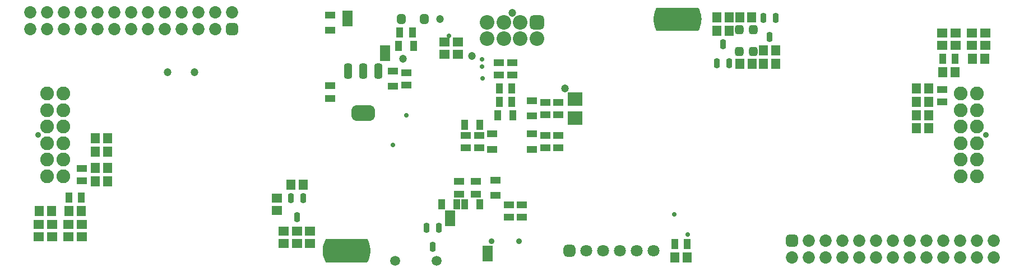
<source format=gbs>
G04*
G04 #@! TF.GenerationSoftware,Altium Limited,Altium Designer,24.2.2 (26)*
G04*
G04 Layer_Color=16711935*
%FSLAX44Y44*%
%MOMM*%
G71*
G04*
G04 #@! TF.SameCoordinates,29065ECF-91ED-40A2-A03B-0633D3A06584*
G04*
G04*
G04 #@! TF.FilePolarity,Negative*
G04*
G01*
G75*
%ADD44C,1.2032*%
%ADD46R,1.3532X1.5532*%
%ADD48R,1.5532X1.3532*%
G04:AMPARAMS|DCode=61|XSize=0.8532mm|YSize=1.4532mm|CornerRadius=0.2641mm|HoleSize=0mm|Usage=FLASHONLY|Rotation=0.000|XOffset=0mm|YOffset=0mm|HoleType=Round|Shape=RoundedRectangle|*
%AMROUNDEDRECTD61*
21,1,0.8532,0.9250,0,0,0.0*
21,1,0.3250,1.4532,0,0,0.0*
1,1,0.5282,0.1625,-0.4625*
1,1,0.5282,-0.1625,-0.4625*
1,1,0.5282,-0.1625,0.4625*
1,1,0.5282,0.1625,0.4625*
%
%ADD61ROUNDEDRECTD61*%
%ADD67R,1.1032X1.5032*%
%ADD68R,1.5032X1.1032*%
%ADD70C,1.8532*%
G04:AMPARAMS|DCode=71|XSize=1.8532mm|YSize=1.8532mm|CornerRadius=0.5141mm|HoleSize=0mm|Usage=FLASHONLY|Rotation=180.000|XOffset=0mm|YOffset=0mm|HoleType=Round|Shape=RoundedRectangle|*
%AMROUNDEDRECTD71*
21,1,1.8532,0.8250,0,0,180.0*
21,1,0.8250,1.8532,0,0,180.0*
1,1,1.0282,-0.4125,0.4125*
1,1,1.0282,0.4125,0.4125*
1,1,1.0282,0.4125,-0.4125*
1,1,1.0282,-0.4125,-0.4125*
%
%ADD71ROUNDEDRECTD71*%
%ADD72C,0.9032*%
%ADD73C,1.8032*%
G04:AMPARAMS|DCode=74|XSize=1.8032mm|YSize=1.8032mm|CornerRadius=0.5016mm|HoleSize=0mm|Usage=FLASHONLY|Rotation=0.000|XOffset=0mm|YOffset=0mm|HoleType=Round|Shape=RoundedRectangle|*
%AMROUNDEDRECTD74*
21,1,1.8032,0.8000,0,0,0.0*
21,1,0.8000,1.8032,0,0,0.0*
1,1,1.0032,0.4000,-0.4000*
1,1,1.0032,-0.4000,-0.4000*
1,1,1.0032,-0.4000,0.4000*
1,1,1.0032,0.4000,0.4000*
%
%ADD74ROUNDEDRECTD74*%
%ADD75O,1.7032X1.4532*%
%ADD76C,2.2032*%
G04:AMPARAMS|DCode=77|XSize=2.2032mm|YSize=2.2032mm|CornerRadius=0.6016mm|HoleSize=0mm|Usage=FLASHONLY|Rotation=90.000|XOffset=0mm|YOffset=0mm|HoleType=Round|Shape=RoundedRectangle|*
%AMROUNDEDRECTD77*
21,1,2.2032,1.0000,0,0,90.0*
21,1,1.0000,2.2032,0,0,90.0*
1,1,1.2032,0.5000,0.5000*
1,1,1.2032,0.5000,-0.5000*
1,1,1.2032,-0.5000,-0.5000*
1,1,1.2032,-0.5000,0.5000*
%
%ADD77ROUNDEDRECTD77*%
%ADD78C,2.0782*%
%ADD79C,0.8782*%
%ADD80C,1.5032*%
%ADD81C,0.7032*%
G04:AMPARAMS|DCode=105|XSize=3.5032mm|YSize=2.3032mm|CornerRadius=0.6266mm|HoleSize=0mm|Usage=FLASHONLY|Rotation=180.000|XOffset=0mm|YOffset=0mm|HoleType=Round|Shape=RoundedRectangle|*
%AMROUNDEDRECTD105*
21,1,3.5032,1.0500,0,0,180.0*
21,1,2.2500,2.3032,0,0,180.0*
1,1,1.2532,-1.1250,0.5250*
1,1,1.2532,1.1250,0.5250*
1,1,1.2532,1.1250,-0.5250*
1,1,1.2532,-1.1250,-0.5250*
%
%ADD105ROUNDEDRECTD105*%
G04:AMPARAMS|DCode=106|XSize=1.2032mm|YSize=2.3032mm|CornerRadius=0.3516mm|HoleSize=0mm|Usage=FLASHONLY|Rotation=180.000|XOffset=0mm|YOffset=0mm|HoleType=Round|Shape=RoundedRectangle|*
%AMROUNDEDRECTD106*
21,1,1.2032,1.6000,0,0,180.0*
21,1,0.5000,2.3032,0,0,180.0*
1,1,0.7032,-0.2500,0.8000*
1,1,0.7032,0.2500,0.8000*
1,1,0.7032,0.2500,-0.8000*
1,1,0.7032,-0.2500,-0.8000*
%
%ADD106ROUNDEDRECTD106*%
%ADD107R,2.2032X2.0532*%
%ADD108R,1.5032X2.4032*%
G04:AMPARAMS|DCode=109|XSize=1.4032mm|YSize=1.3032mm|CornerRadius=0.3766mm|HoleSize=0mm|Usage=FLASHONLY|Rotation=90.000|XOffset=0mm|YOffset=0mm|HoleType=Round|Shape=RoundedRectangle|*
%AMROUNDEDRECTD109*
21,1,1.4032,0.5500,0,0,90.0*
21,1,0.6500,1.3032,0,0,90.0*
1,1,0.7532,0.2750,0.3250*
1,1,0.7532,0.2750,-0.3250*
1,1,0.7532,-0.2750,-0.3250*
1,1,0.7532,-0.2750,0.3250*
%
%ADD109ROUNDEDRECTD109*%
G04:AMPARAMS|DCode=110|XSize=1.5032mm|YSize=1.3032mm|CornerRadius=0.3766mm|HoleSize=0mm|Usage=FLASHONLY|Rotation=270.000|XOffset=0mm|YOffset=0mm|HoleType=Round|Shape=RoundedRectangle|*
%AMROUNDEDRECTD110*
21,1,1.5032,0.5500,0,0,270.0*
21,1,0.7500,1.3032,0,0,270.0*
1,1,0.7532,-0.2750,-0.3750*
1,1,0.7532,-0.2750,0.3750*
1,1,0.7532,0.2750,0.3750*
1,1,0.7532,0.2750,-0.3750*
%
%ADD110ROUNDEDRECTD110*%
G36*
X530793Y142668D02*
X530803Y142668D01*
X530808Y142668D01*
X530814Y142668D01*
X530871Y142662D01*
X530919Y142659D01*
X530926Y142658D01*
X530935Y142657D01*
X530941Y142656D01*
X530947Y142655D01*
X531003Y142642D01*
X531049Y142633D01*
X531056Y142631D01*
X531066Y142629D01*
X531071Y142627D01*
X531077Y142626D01*
X531132Y142605D01*
X531175Y142591D01*
X531181Y142588D01*
X531191Y142584D01*
X531196Y142582D01*
X531201Y142580D01*
X531255Y142551D01*
X531295Y142532D01*
X531300Y142528D01*
X531309Y142523D01*
X531314Y142520D01*
X531319Y142517D01*
X531369Y142482D01*
X531405Y142458D01*
X531410Y142453D01*
X531419Y142448D01*
X531423Y142444D01*
X531428Y142440D01*
X531473Y142399D01*
X531506Y142370D01*
X531510Y142365D01*
X531518Y142358D01*
X531521Y142354D01*
X531525Y142350D01*
X531565Y142302D01*
X531593Y142270D01*
X531597Y142264D01*
X531604Y142256D01*
X531607Y142252D01*
X531610Y142247D01*
X531643Y142195D01*
X531667Y142159D01*
X531670Y142154D01*
X531676Y142144D01*
X531678Y142139D01*
X531681Y142135D01*
X532715Y140224D01*
X532742Y140166D01*
X532768Y140110D01*
X534346Y136063D01*
X534365Y136004D01*
X534385Y135943D01*
X535451Y131732D01*
X535462Y131671D01*
X535474Y131608D01*
X536012Y127298D01*
X536016Y127234D01*
X536020Y127172D01*
X536020Y122829D01*
X536016Y122765D01*
X536012Y122703D01*
X535476Y118393D01*
X535464Y118331D01*
X535453Y118269D01*
X534388Y114058D01*
X534368Y113998D01*
X534349Y113938D01*
X532771Y109891D01*
X532744Y109833D01*
X532719Y109776D01*
X531686Y107866D01*
X531678Y107854D01*
X531672Y107841D01*
X531642Y107797D01*
X531615Y107753D01*
X531606Y107742D01*
X531598Y107730D01*
X531562Y107690D01*
X531530Y107650D01*
X531520Y107641D01*
X531510Y107630D01*
X531470Y107595D01*
X531432Y107560D01*
X531421Y107552D01*
X531410Y107542D01*
X531366Y107513D01*
X531323Y107483D01*
X531311Y107476D01*
X531299Y107468D01*
X531251Y107445D01*
X531206Y107421D01*
X531193Y107416D01*
X531180Y107409D01*
X531129Y107392D01*
X531081Y107374D01*
X531067Y107371D01*
X531054Y107366D01*
X531002Y107356D01*
X530951Y107345D01*
X530937Y107343D01*
X530923Y107340D01*
X530870Y107337D01*
X530818Y107332D01*
X530804Y107333D01*
X530790Y107332D01*
X469210D01*
X469196Y107333D01*
X469182Y107332D01*
X469130Y107337D01*
X469077Y107340D01*
X469063Y107343D01*
X469049Y107345D01*
X468998Y107356D01*
X468946Y107366D01*
X468933Y107371D01*
X468919Y107374D01*
X468870Y107392D01*
X468820Y107409D01*
X468807Y107416D01*
X468794Y107420D01*
X468748Y107445D01*
X468701Y107468D01*
X468689Y107476D01*
X468677Y107483D01*
X468633Y107513D01*
X468590Y107542D01*
X468580Y107551D01*
X468568Y107560D01*
X468529Y107595D01*
X468490Y107630D01*
X468481Y107641D01*
X468470Y107650D01*
X468437Y107690D01*
X468402Y107730D01*
X468394Y107742D01*
X468385Y107753D01*
X468357Y107797D01*
X468328Y107841D01*
X468322Y107853D01*
X468314Y107865D01*
X468293Y107913D01*
X468292Y107915D01*
X467285Y109777D01*
X467259Y109833D01*
X467231Y109892D01*
X465654Y113938D01*
X465635Y113998D01*
X465615Y114058D01*
X464550Y118269D01*
X464538Y118331D01*
X464526Y118393D01*
X463989Y122703D01*
X463986Y122766D01*
X463982Y122828D01*
Y127171D01*
X463986Y127233D01*
X463989Y127297D01*
X464526Y131607D01*
X464539Y131671D01*
X464550Y131731D01*
X465615Y135941D01*
X465635Y136003D01*
X465654Y136062D01*
X467231Y140108D01*
X467257Y140163D01*
X467285Y140222D01*
X468291Y142084D01*
X468292Y142086D01*
X468314Y142134D01*
X468322Y142147D01*
X468328Y142159D01*
X468357Y142202D01*
X468385Y142247D01*
X468394Y142258D01*
X468402Y142270D01*
X468437Y142309D01*
X468470Y142350D01*
X468481Y142359D01*
X468490Y142370D01*
X468529Y142404D01*
X468568Y142440D01*
X468580Y142449D01*
X468590Y142458D01*
X468633Y142487D01*
X468677Y142517D01*
X468689Y142524D01*
X468701Y142532D01*
X468748Y142555D01*
X468794Y142579D01*
X468808Y142584D01*
X468820Y142591D01*
X468870Y142607D01*
X468919Y142626D01*
X468933Y142629D01*
X468946Y142633D01*
X468998Y142644D01*
X469049Y142655D01*
X469063Y142657D01*
X469077Y142659D01*
X469130Y142663D01*
X469182Y142668D01*
X469196Y142667D01*
X469210Y142668D01*
X530786D01*
X530793Y142668D01*
D02*
G37*
G36*
X1030803Y492667D02*
X1030815Y492668D01*
X1030869Y492663D01*
X1030923Y492659D01*
X1030935Y492657D01*
X1030948Y492656D01*
X1031001Y492644D01*
X1031053Y492634D01*
X1031065Y492630D01*
X1031078Y492627D01*
X1031128Y492608D01*
X1031180Y492591D01*
X1031191Y492585D01*
X1031203Y492581D01*
X1031250Y492556D01*
X1031299Y492532D01*
X1031310Y492525D01*
X1031321Y492519D01*
X1031365Y492488D01*
X1031410Y492458D01*
X1031419Y492449D01*
X1031430Y492442D01*
X1031470Y492405D01*
X1031510Y492370D01*
X1031518Y492360D01*
X1031528Y492352D01*
X1031562Y492310D01*
X1031598Y492270D01*
X1031605Y492259D01*
X1031613Y492250D01*
X1031642Y492204D01*
X1031672Y492159D01*
X1031677Y492148D01*
X1031684Y492137D01*
X1031707Y492088D01*
X1031709Y492084D01*
X1032715Y490223D01*
X1032741Y490167D01*
X1032768Y490108D01*
X1034346Y486062D01*
X1034365Y486002D01*
X1034385Y485942D01*
X1035450Y481731D01*
X1035462Y481669D01*
X1035473Y481607D01*
X1036010Y477297D01*
X1036014Y477235D01*
X1036018Y477172D01*
Y472828D01*
X1036014Y472766D01*
X1036010Y472703D01*
X1035473Y468393D01*
X1035462Y468331D01*
X1035450Y468269D01*
X1034385Y464058D01*
X1034365Y463997D01*
X1034346Y463938D01*
X1032768Y459892D01*
X1032743Y459837D01*
X1032715Y459777D01*
X1031709Y457916D01*
X1031708Y457914D01*
X1031685Y457865D01*
X1031678Y457853D01*
X1031672Y457841D01*
X1031643Y457798D01*
X1031615Y457753D01*
X1031606Y457742D01*
X1031598Y457730D01*
X1031563Y457691D01*
X1031530Y457650D01*
X1031519Y457641D01*
X1031510Y457630D01*
X1031471Y457596D01*
X1031432Y457560D01*
X1031420Y457551D01*
X1031410Y457542D01*
X1031366Y457513D01*
X1031323Y457483D01*
X1031311Y457476D01*
X1031299Y457468D01*
X1031252Y457445D01*
X1031206Y457421D01*
X1031192Y457416D01*
X1031180Y457409D01*
X1031130Y457393D01*
X1031081Y457374D01*
X1031067Y457371D01*
X1031053Y457366D01*
X1031002Y457356D01*
X1030951Y457345D01*
X1030937Y457343D01*
X1030923Y457341D01*
X1030870Y457337D01*
X1030818Y457332D01*
X1030804Y457333D01*
X1030790Y457332D01*
X969214D01*
X969201Y457333D01*
X969186Y457332D01*
X969142Y457336D01*
X969098Y457338D01*
X969088Y457340D01*
X969081Y457341D01*
X969069Y457343D01*
X969053Y457345D01*
X969010Y457354D01*
X968967Y457362D01*
X968957Y457365D01*
X968951Y457366D01*
X968939Y457370D01*
X968923Y457374D01*
X968883Y457389D01*
X968840Y457403D01*
X968831Y457407D01*
X968825Y457409D01*
X968814Y457415D01*
X968798Y457420D01*
X968760Y457441D01*
X968720Y457460D01*
X968711Y457466D01*
X968705Y457468D01*
X968696Y457475D01*
X968681Y457482D01*
X968645Y457508D01*
X968608Y457532D01*
X968599Y457539D01*
X968594Y457542D01*
X968586Y457550D01*
X968572Y457560D01*
X968540Y457589D01*
X968506Y457618D01*
X968499Y457626D01*
X968494Y457630D01*
X968487Y457639D01*
X968474Y457650D01*
X968447Y457684D01*
X968417Y457716D01*
X968410Y457726D01*
X968407Y457730D01*
X968400Y457740D01*
X968389Y457753D01*
X968366Y457790D01*
X968341Y457826D01*
X968336Y457836D01*
X968333Y457841D01*
X968327Y457851D01*
X968318Y457865D01*
X967285Y459776D01*
X967258Y459834D01*
X967232Y459890D01*
X965654Y463937D01*
X965635Y463996D01*
X965615Y464057D01*
X964549Y468268D01*
X964538Y468329D01*
X964526Y468391D01*
X963988Y472702D01*
X963984Y472766D01*
X963980Y472827D01*
X963980Y477171D01*
X963984Y477235D01*
X963988Y477297D01*
X964524Y481607D01*
X964536Y481669D01*
X964547Y481731D01*
X965612Y485942D01*
X965632Y486002D01*
X965651Y486062D01*
X967228Y490109D01*
X967255Y490167D01*
X967281Y490224D01*
X968314Y492134D01*
X968322Y492146D01*
X968328Y492159D01*
X968357Y492203D01*
X968385Y492247D01*
X968394Y492258D01*
X968402Y492270D01*
X968437Y492310D01*
X968470Y492350D01*
X968480Y492359D01*
X968490Y492370D01*
X968508Y492386D01*
X968530Y492405D01*
X968568Y492440D01*
X968579Y492448D01*
X968590Y492458D01*
X968634Y492487D01*
X968676Y492517D01*
X968689Y492524D01*
X968701Y492532D01*
X968726Y492544D01*
X968749Y492556D01*
X968794Y492579D01*
X968807Y492584D01*
X968820Y492591D01*
X968871Y492608D01*
X968919Y492626D01*
X968933Y492629D01*
X968946Y492634D01*
X968961Y492636D01*
X968998Y492644D01*
X969049Y492655D01*
X969063Y492657D01*
X969077Y492659D01*
X969130Y492663D01*
X969182Y492668D01*
X969195Y492667D01*
X969210Y492668D01*
X1030790D01*
X1030803Y492667D01*
D02*
G37*
D44*
X270000Y395000D02*
D03*
X230000D02*
D03*
X641250Y475000D02*
D03*
X585000Y415000D02*
D03*
X689236Y419581D02*
D03*
X830000Y370000D02*
D03*
X749965Y484685D02*
D03*
D46*
X995750Y115000D02*
D03*
X1014250D02*
D03*
X415750Y225000D02*
D03*
X434250D02*
D03*
X1419250Y395000D02*
D03*
X1400750D02*
D03*
X80750Y185000D02*
D03*
X99250D02*
D03*
X1464250Y415000D02*
D03*
X1445750D02*
D03*
X35750Y185000D02*
D03*
X54250D02*
D03*
X1360750Y350004D02*
D03*
X1379250D02*
D03*
X139250Y250000D02*
D03*
X120750D02*
D03*
X1360750Y330000D02*
D03*
X1379250D02*
D03*
X139250Y275000D02*
D03*
X120750D02*
D03*
X1379250Y370000D02*
D03*
X1360750D02*
D03*
X120750Y230000D02*
D03*
X139250D02*
D03*
X1360750Y310005D02*
D03*
X1379250D02*
D03*
X139250Y295000D02*
D03*
X120750D02*
D03*
X1129500Y407709D02*
D03*
X1148000D02*
D03*
X1129500Y427709D02*
D03*
X1148000D02*
D03*
X1094500Y407709D02*
D03*
X1113000D02*
D03*
X1078000Y477709D02*
D03*
X1059500D02*
D03*
X1078000Y457709D02*
D03*
X1059500D02*
D03*
X1112250Y477709D02*
D03*
X1093750D02*
D03*
D48*
X647935Y422065D02*
D03*
Y440565D02*
D03*
X667935Y422065D02*
D03*
Y440565D02*
D03*
X395000Y204250D02*
D03*
Y185750D02*
D03*
X405000Y135750D02*
D03*
Y154250D02*
D03*
X425003Y135751D02*
D03*
Y154250D02*
D03*
X445000Y135750D02*
D03*
Y154250D02*
D03*
X1400000Y435750D02*
D03*
Y454250D02*
D03*
X100000Y164250D02*
D03*
Y145750D02*
D03*
X1465000Y454250D02*
D03*
Y435750D02*
D03*
X35000Y145750D02*
D03*
Y164250D02*
D03*
X1420000Y454250D02*
D03*
Y435750D02*
D03*
X80000Y145750D02*
D03*
Y164250D02*
D03*
X1445000Y454250D02*
D03*
Y435750D02*
D03*
X55000Y145750D02*
D03*
Y164250D02*
D03*
D61*
X425000Y175750D02*
D03*
X434500Y204250D02*
D03*
X415500D02*
D03*
X1138750Y448459D02*
D03*
X1148250Y476959D02*
D03*
X1129250D02*
D03*
X1068750Y436959D02*
D03*
X1059250Y408459D02*
D03*
X1078250D02*
D03*
X630000Y130750D02*
D03*
X639500Y159250D02*
D03*
X620500D02*
D03*
D67*
X995500Y135000D02*
D03*
X1014500D02*
D03*
X1400500Y415000D02*
D03*
X1419500D02*
D03*
X99500Y205000D02*
D03*
X80500D02*
D03*
X701500Y315000D02*
D03*
X678500D02*
D03*
X728500Y330000D02*
D03*
X751500D02*
D03*
X749501Y349983D02*
D03*
X730501D02*
D03*
X749500Y370000D02*
D03*
X730500D02*
D03*
X666500Y195000D02*
D03*
X643500D02*
D03*
X678500Y195000D02*
D03*
X701500D02*
D03*
X578500Y435000D02*
D03*
X601500D02*
D03*
X580500Y455000D02*
D03*
X599500D02*
D03*
D68*
X1400000Y369000D02*
D03*
Y350000D02*
D03*
X100000Y230500D02*
D03*
Y249500D02*
D03*
X725000Y208500D02*
D03*
Y231500D02*
D03*
X764996Y175499D02*
D03*
Y194499D02*
D03*
X745000Y175500D02*
D03*
Y194500D02*
D03*
X720000Y278500D02*
D03*
Y301500D02*
D03*
X700000Y299500D02*
D03*
Y280500D02*
D03*
X680000Y299500D02*
D03*
Y280500D02*
D03*
X780000Y351500D02*
D03*
Y328500D02*
D03*
X800000Y330500D02*
D03*
Y349500D02*
D03*
X820000Y330500D02*
D03*
Y349500D02*
D03*
X750000Y409500D02*
D03*
Y390500D02*
D03*
X730000Y409500D02*
D03*
Y390500D02*
D03*
X780000Y301500D02*
D03*
Y278500D02*
D03*
X819983Y280500D02*
D03*
Y299500D02*
D03*
X800000Y280500D02*
D03*
Y299500D02*
D03*
X570000Y373500D02*
D03*
Y396500D02*
D03*
X475000Y374500D02*
D03*
Y355500D02*
D03*
X590000Y394500D02*
D03*
Y375500D02*
D03*
X695000Y229500D02*
D03*
Y210500D02*
D03*
X670000Y229500D02*
D03*
Y210500D02*
D03*
X475000Y458500D02*
D03*
Y481500D02*
D03*
D70*
X22600Y485200D02*
D03*
X48000D02*
D03*
X22600Y459800D02*
D03*
X48000D02*
D03*
X73400Y485200D02*
D03*
Y459800D02*
D03*
X124200Y485200D02*
D03*
Y459800D02*
D03*
X175000Y485200D02*
D03*
Y459800D02*
D03*
X251200Y485200D02*
D03*
Y459800D02*
D03*
X276600Y485200D02*
D03*
Y459800D02*
D03*
X327400Y485200D02*
D03*
X302000Y459800D02*
D03*
Y485200D02*
D03*
X225800Y459800D02*
D03*
Y485200D02*
D03*
X200400Y459800D02*
D03*
Y485200D02*
D03*
X149600Y459800D02*
D03*
Y485200D02*
D03*
X98800Y459800D02*
D03*
Y485200D02*
D03*
X1401200Y114800D02*
D03*
Y140200D02*
D03*
X1350400Y114800D02*
D03*
Y140200D02*
D03*
X1299600Y114800D02*
D03*
Y140200D02*
D03*
X1274200Y114800D02*
D03*
Y140200D02*
D03*
X1198000Y114800D02*
D03*
Y140200D02*
D03*
X1172600Y114800D02*
D03*
X1223400Y140200D02*
D03*
Y114800D02*
D03*
X1248800Y140200D02*
D03*
Y114800D02*
D03*
X1325000Y140200D02*
D03*
Y114800D02*
D03*
X1375800Y140200D02*
D03*
Y114800D02*
D03*
X1426600Y140200D02*
D03*
Y114800D02*
D03*
X1452000Y140200D02*
D03*
X1477400D02*
D03*
X1452000Y114800D02*
D03*
X1477400D02*
D03*
D71*
X327400Y459800D02*
D03*
X1172600Y140200D02*
D03*
D72*
X760750Y139500D02*
D03*
X719250D02*
D03*
D73*
X963500Y125000D02*
D03*
X938100D02*
D03*
X887300D02*
D03*
X861900D02*
D03*
X912700D02*
D03*
D74*
X836500D02*
D03*
D75*
X1027700Y475000D02*
D03*
X972300D02*
D03*
X472300Y125000D02*
D03*
X527700D02*
D03*
D76*
X762500Y445315D02*
D03*
X737500D02*
D03*
X762500Y470315D02*
D03*
X737500D02*
D03*
X712500D02*
D03*
X787500Y445315D02*
D03*
X712500D02*
D03*
D77*
X787500Y470315D02*
D03*
D78*
X1452500Y237500D02*
D03*
Y262500D02*
D03*
Y287500D02*
D03*
Y312500D02*
D03*
Y337500D02*
D03*
Y362500D02*
D03*
X1427500Y237500D02*
D03*
Y262500D02*
D03*
Y287500D02*
D03*
Y312500D02*
D03*
Y337500D02*
D03*
Y362500D02*
D03*
X47500Y362500D02*
D03*
Y337500D02*
D03*
Y312500D02*
D03*
Y287500D02*
D03*
Y262500D02*
D03*
Y237500D02*
D03*
X72500Y362500D02*
D03*
Y337500D02*
D03*
Y312500D02*
D03*
Y287500D02*
D03*
Y262500D02*
D03*
Y237500D02*
D03*
D79*
X1465900Y300000D02*
D03*
X34100Y300000D02*
D03*
D80*
X573750Y110000D02*
D03*
X636250D02*
D03*
D81*
X1420000Y435750D02*
D03*
Y454249D02*
D03*
X1465000Y454250D02*
D03*
X1445375Y435375D02*
D03*
X1379250Y350004D02*
D03*
X1379250Y310005D02*
D03*
X120750Y249995D02*
D03*
X120750Y275000D02*
D03*
X570000Y285000D02*
D03*
X705637Y385244D02*
D03*
X705000Y403500D02*
D03*
Y414500D02*
D03*
X655000Y450000D02*
D03*
X995000Y180000D02*
D03*
X1015000Y149500D02*
D03*
X590000Y330000D02*
D03*
D105*
X525000Y333500D02*
D03*
D106*
X548000Y396500D02*
D03*
X525000D02*
D03*
X502000D02*
D03*
D107*
X845000Y325750D02*
D03*
Y354250D02*
D03*
D108*
X656683Y173933D02*
D03*
X713250Y121000D02*
D03*
X501683Y476433D02*
D03*
X558250Y423500D02*
D03*
D109*
X1093250Y425959D02*
D03*
X1114250D02*
D03*
X1114250Y459459D02*
D03*
X1093250D02*
D03*
D110*
X617500Y475000D02*
D03*
X582500D02*
D03*
M02*

</source>
